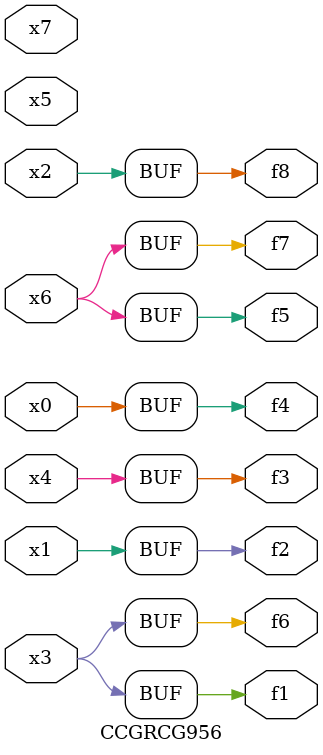
<source format=v>
module CCGRCG956(
	input x0, x1, x2, x3, x4, x5, x6, x7,
	output f1, f2, f3, f4, f5, f6, f7, f8
);
	assign f1 = x3;
	assign f2 = x1;
	assign f3 = x4;
	assign f4 = x0;
	assign f5 = x6;
	assign f6 = x3;
	assign f7 = x6;
	assign f8 = x2;
endmodule

</source>
